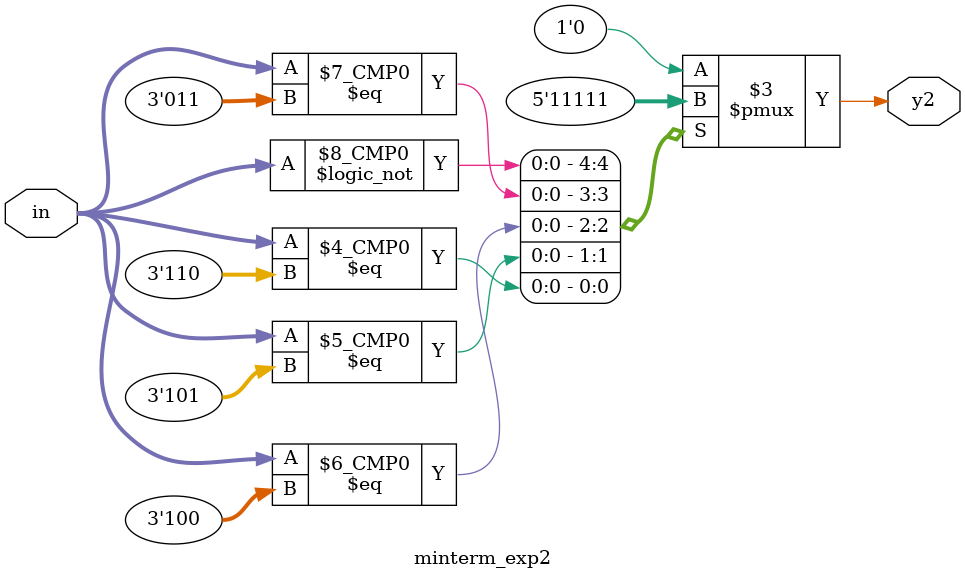
<source format=v>

module minterm_exp1(input a ,b,c , output y1);
    assign y1 = (~a & ~b & ~c) | (~a & b &c)|(a &~b &c) | ( a & ~b &~c ) | (a & b & ~c);
    //y = minterms(0,3,4,5,6)

endmodule


// behavioral modelling
module minterm_exp2( input [2:0] in , output  y2);
    
    always @(*) begin
        //using case statement 
        case(in)
            3'b000: y2 =1;
            3'b011: y2 =1;
            3'b100: y2 =1;
            3'b101: y2 =1;
            3'b110: y2=1;
            default: y2=0;

        endcase
    end
    endmodule



</source>
